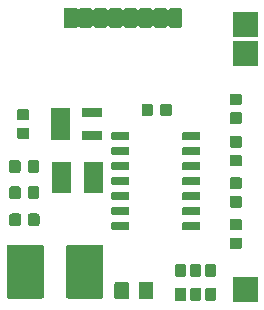
<source format=gbr>
G04 #@! TF.GenerationSoftware,KiCad,Pcbnew,5.1.2*
G04 #@! TF.CreationDate,2019-08-16T09:09:30-07:00*
G04 #@! TF.ProjectId,lofi,6c6f6669-2e6b-4696-9361-645f70636258,rev?*
G04 #@! TF.SameCoordinates,Original*
G04 #@! TF.FileFunction,Soldermask,Top*
G04 #@! TF.FilePolarity,Negative*
%FSLAX46Y46*%
G04 Gerber Fmt 4.6, Leading zero omitted, Abs format (unit mm)*
G04 Created by KiCad (PCBNEW 5.1.2) date 2019-08-16 09:09:30*
%MOMM*%
%LPD*%
G04 APERTURE LIST*
%ADD10C,0.100000*%
G04 APERTURE END LIST*
D10*
G36*
X132051000Y-94171000D02*
G01*
X129949000Y-94171000D01*
X129949000Y-92069000D01*
X132051000Y-92069000D01*
X132051000Y-94171000D01*
X132051000Y-94171000D01*
G37*
G36*
X128389683Y-92952725D02*
G01*
X128420143Y-92961966D01*
X128448223Y-92976974D01*
X128472831Y-92997169D01*
X128493026Y-93021777D01*
X128508034Y-93049857D01*
X128517275Y-93080317D01*
X128521000Y-93118140D01*
X128521000Y-93881860D01*
X128517275Y-93919683D01*
X128508034Y-93950143D01*
X128493026Y-93978223D01*
X128472831Y-94002831D01*
X128448223Y-94023026D01*
X128420143Y-94038034D01*
X128389683Y-94047275D01*
X128351860Y-94051000D01*
X127788140Y-94051000D01*
X127750317Y-94047275D01*
X127719857Y-94038034D01*
X127691777Y-94023026D01*
X127667169Y-94002831D01*
X127646974Y-93978223D01*
X127631966Y-93950143D01*
X127622725Y-93919683D01*
X127619000Y-93881860D01*
X127619000Y-93118140D01*
X127622725Y-93080317D01*
X127631966Y-93049857D01*
X127646974Y-93021777D01*
X127667169Y-92997169D01*
X127691777Y-92976974D01*
X127719857Y-92961966D01*
X127750317Y-92952725D01*
X127788140Y-92949000D01*
X128351860Y-92949000D01*
X128389683Y-92952725D01*
X128389683Y-92952725D01*
G37*
G36*
X125981000Y-94051000D02*
G01*
X125079000Y-94051000D01*
X125079000Y-92949000D01*
X125981000Y-92949000D01*
X125981000Y-94051000D01*
X125981000Y-94051000D01*
G37*
G36*
X127119683Y-92952725D02*
G01*
X127150143Y-92961966D01*
X127178223Y-92976974D01*
X127202831Y-92997169D01*
X127223026Y-93021777D01*
X127238034Y-93049857D01*
X127247275Y-93080317D01*
X127251000Y-93118140D01*
X127251000Y-93881860D01*
X127247275Y-93919683D01*
X127238034Y-93950143D01*
X127223026Y-93978223D01*
X127202831Y-94002831D01*
X127178223Y-94023026D01*
X127150143Y-94038034D01*
X127119683Y-94047275D01*
X127081860Y-94051000D01*
X126518140Y-94051000D01*
X126480317Y-94047275D01*
X126449857Y-94038034D01*
X126421777Y-94023026D01*
X126397169Y-94002831D01*
X126376974Y-93978223D01*
X126361966Y-93950143D01*
X126352725Y-93919683D01*
X126349000Y-93881860D01*
X126349000Y-93118140D01*
X126352725Y-93080317D01*
X126361966Y-93049857D01*
X126376974Y-93021777D01*
X126397169Y-92997169D01*
X126421777Y-92976974D01*
X126449857Y-92961966D01*
X126480317Y-92952725D01*
X126518140Y-92949000D01*
X127081860Y-92949000D01*
X127119683Y-92952725D01*
X127119683Y-92952725D01*
G37*
G36*
X123063674Y-92453465D02*
G01*
X123101367Y-92464899D01*
X123136103Y-92483466D01*
X123166548Y-92508452D01*
X123191534Y-92538897D01*
X123210101Y-92573633D01*
X123221535Y-92611326D01*
X123226000Y-92656661D01*
X123226000Y-93743339D01*
X123221535Y-93788674D01*
X123210101Y-93826367D01*
X123191534Y-93861103D01*
X123166548Y-93891548D01*
X123136103Y-93916534D01*
X123101367Y-93935101D01*
X123063674Y-93946535D01*
X123018339Y-93951000D01*
X122181661Y-93951000D01*
X122136326Y-93946535D01*
X122098633Y-93935101D01*
X122063897Y-93916534D01*
X122033452Y-93891548D01*
X122008466Y-93861103D01*
X121989899Y-93826367D01*
X121978465Y-93788674D01*
X121974000Y-93743339D01*
X121974000Y-92656661D01*
X121978465Y-92611326D01*
X121989899Y-92573633D01*
X122008466Y-92538897D01*
X122033452Y-92508452D01*
X122063897Y-92483466D01*
X122098633Y-92464899D01*
X122136326Y-92453465D01*
X122181661Y-92449000D01*
X123018339Y-92449000D01*
X123063674Y-92453465D01*
X123063674Y-92453465D01*
G37*
G36*
X121013674Y-92453465D02*
G01*
X121051367Y-92464899D01*
X121086103Y-92483466D01*
X121116548Y-92508452D01*
X121141534Y-92538897D01*
X121160101Y-92573633D01*
X121171535Y-92611326D01*
X121176000Y-92656661D01*
X121176000Y-93743339D01*
X121171535Y-93788674D01*
X121160101Y-93826367D01*
X121141534Y-93861103D01*
X121116548Y-93891548D01*
X121086103Y-93916534D01*
X121051367Y-93935101D01*
X121013674Y-93946535D01*
X120968339Y-93951000D01*
X120131661Y-93951000D01*
X120086326Y-93946535D01*
X120048633Y-93935101D01*
X120013897Y-93916534D01*
X119983452Y-93891548D01*
X119958466Y-93861103D01*
X119939899Y-93826367D01*
X119928465Y-93788674D01*
X119924000Y-93743339D01*
X119924000Y-92656661D01*
X119928465Y-92611326D01*
X119939899Y-92573633D01*
X119958466Y-92538897D01*
X119983452Y-92508452D01*
X120013897Y-92483466D01*
X120048633Y-92464899D01*
X120086326Y-92453465D01*
X120131661Y-92449000D01*
X120968339Y-92449000D01*
X121013674Y-92453465D01*
X121013674Y-92453465D01*
G37*
G36*
X113826850Y-89327554D02*
G01*
X113855647Y-89336290D01*
X113882179Y-89350471D01*
X113905439Y-89369561D01*
X113924529Y-89392821D01*
X113938710Y-89419353D01*
X113947446Y-89448150D01*
X113951000Y-89484233D01*
X113951000Y-93715767D01*
X113947446Y-93751850D01*
X113938710Y-93780647D01*
X113924529Y-93807179D01*
X113905439Y-93830439D01*
X113882179Y-93849529D01*
X113855647Y-93863710D01*
X113826850Y-93872446D01*
X113790767Y-93876000D01*
X110984233Y-93876000D01*
X110948150Y-93872446D01*
X110919353Y-93863710D01*
X110892821Y-93849529D01*
X110869561Y-93830439D01*
X110850471Y-93807179D01*
X110836290Y-93780647D01*
X110827554Y-93751850D01*
X110824000Y-93715767D01*
X110824000Y-89484233D01*
X110827554Y-89448150D01*
X110836290Y-89419353D01*
X110850471Y-89392821D01*
X110869561Y-89369561D01*
X110892821Y-89350471D01*
X110919353Y-89336290D01*
X110948150Y-89327554D01*
X110984233Y-89324000D01*
X113790767Y-89324000D01*
X113826850Y-89327554D01*
X113826850Y-89327554D01*
G37*
G36*
X118851850Y-89327554D02*
G01*
X118880647Y-89336290D01*
X118907179Y-89350471D01*
X118930439Y-89369561D01*
X118949529Y-89392821D01*
X118963710Y-89419353D01*
X118972446Y-89448150D01*
X118976000Y-89484233D01*
X118976000Y-93715767D01*
X118972446Y-93751850D01*
X118963710Y-93780647D01*
X118949529Y-93807179D01*
X118930439Y-93830439D01*
X118907179Y-93849529D01*
X118880647Y-93863710D01*
X118851850Y-93872446D01*
X118815767Y-93876000D01*
X116009233Y-93876000D01*
X115973150Y-93872446D01*
X115944353Y-93863710D01*
X115917821Y-93849529D01*
X115894561Y-93830439D01*
X115875471Y-93807179D01*
X115861290Y-93780647D01*
X115852554Y-93751850D01*
X115849000Y-93715767D01*
X115849000Y-89484233D01*
X115852554Y-89448150D01*
X115861290Y-89419353D01*
X115875471Y-89392821D01*
X115894561Y-89369561D01*
X115917821Y-89350471D01*
X115944353Y-89336290D01*
X115973150Y-89327554D01*
X116009233Y-89324000D01*
X118815767Y-89324000D01*
X118851850Y-89327554D01*
X118851850Y-89327554D01*
G37*
G36*
X125849683Y-90952725D02*
G01*
X125880143Y-90961966D01*
X125908223Y-90976974D01*
X125932831Y-90997169D01*
X125953026Y-91021777D01*
X125968034Y-91049857D01*
X125977275Y-91080317D01*
X125981000Y-91118140D01*
X125981000Y-91881860D01*
X125977275Y-91919683D01*
X125968034Y-91950143D01*
X125953026Y-91978223D01*
X125932831Y-92002831D01*
X125908223Y-92023026D01*
X125880143Y-92038034D01*
X125849683Y-92047275D01*
X125811860Y-92051000D01*
X125248140Y-92051000D01*
X125210317Y-92047275D01*
X125179857Y-92038034D01*
X125151777Y-92023026D01*
X125127169Y-92002831D01*
X125106974Y-91978223D01*
X125091966Y-91950143D01*
X125082725Y-91919683D01*
X125079000Y-91881860D01*
X125079000Y-91118140D01*
X125082725Y-91080317D01*
X125091966Y-91049857D01*
X125106974Y-91021777D01*
X125127169Y-90997169D01*
X125151777Y-90976974D01*
X125179857Y-90961966D01*
X125210317Y-90952725D01*
X125248140Y-90949000D01*
X125811860Y-90949000D01*
X125849683Y-90952725D01*
X125849683Y-90952725D01*
G37*
G36*
X128389683Y-90952725D02*
G01*
X128420143Y-90961966D01*
X128448223Y-90976974D01*
X128472831Y-90997169D01*
X128493026Y-91021777D01*
X128508034Y-91049857D01*
X128517275Y-91080317D01*
X128521000Y-91118140D01*
X128521000Y-91881860D01*
X128517275Y-91919683D01*
X128508034Y-91950143D01*
X128493026Y-91978223D01*
X128472831Y-92002831D01*
X128448223Y-92023026D01*
X128420143Y-92038034D01*
X128389683Y-92047275D01*
X128351860Y-92051000D01*
X127788140Y-92051000D01*
X127750317Y-92047275D01*
X127719857Y-92038034D01*
X127691777Y-92023026D01*
X127667169Y-92002831D01*
X127646974Y-91978223D01*
X127631966Y-91950143D01*
X127622725Y-91919683D01*
X127619000Y-91881860D01*
X127619000Y-91118140D01*
X127622725Y-91080317D01*
X127631966Y-91049857D01*
X127646974Y-91021777D01*
X127667169Y-90997169D01*
X127691777Y-90976974D01*
X127719857Y-90961966D01*
X127750317Y-90952725D01*
X127788140Y-90949000D01*
X128351860Y-90949000D01*
X128389683Y-90952725D01*
X128389683Y-90952725D01*
G37*
G36*
X127119683Y-90952725D02*
G01*
X127150143Y-90961966D01*
X127178223Y-90976974D01*
X127202831Y-90997169D01*
X127223026Y-91021777D01*
X127238034Y-91049857D01*
X127247275Y-91080317D01*
X127251000Y-91118140D01*
X127251000Y-91881860D01*
X127247275Y-91919683D01*
X127238034Y-91950143D01*
X127223026Y-91978223D01*
X127202831Y-92002831D01*
X127178223Y-92023026D01*
X127150143Y-92038034D01*
X127119683Y-92047275D01*
X127081860Y-92051000D01*
X126518140Y-92051000D01*
X126480317Y-92047275D01*
X126449857Y-92038034D01*
X126421777Y-92023026D01*
X126397169Y-92002831D01*
X126376974Y-91978223D01*
X126361966Y-91950143D01*
X126352725Y-91919683D01*
X126349000Y-91881860D01*
X126349000Y-91118140D01*
X126352725Y-91080317D01*
X126361966Y-91049857D01*
X126376974Y-91021777D01*
X126397169Y-90997169D01*
X126421777Y-90976974D01*
X126449857Y-90961966D01*
X126480317Y-90952725D01*
X126518140Y-90949000D01*
X127081860Y-90949000D01*
X127119683Y-90952725D01*
X127119683Y-90952725D01*
G37*
G36*
X130579591Y-88715585D02*
G01*
X130613569Y-88725893D01*
X130644890Y-88742634D01*
X130672339Y-88765161D01*
X130694866Y-88792610D01*
X130711607Y-88823931D01*
X130721915Y-88857909D01*
X130726000Y-88899390D01*
X130726000Y-89500610D01*
X130721915Y-89542091D01*
X130711607Y-89576069D01*
X130694866Y-89607390D01*
X130672339Y-89634839D01*
X130644890Y-89657366D01*
X130613569Y-89674107D01*
X130579591Y-89684415D01*
X130538110Y-89688500D01*
X129861890Y-89688500D01*
X129820409Y-89684415D01*
X129786431Y-89674107D01*
X129755110Y-89657366D01*
X129727661Y-89634839D01*
X129705134Y-89607390D01*
X129688393Y-89576069D01*
X129678085Y-89542091D01*
X129674000Y-89500610D01*
X129674000Y-88899390D01*
X129678085Y-88857909D01*
X129688393Y-88823931D01*
X129705134Y-88792610D01*
X129727661Y-88765161D01*
X129755110Y-88742634D01*
X129786431Y-88725893D01*
X129820409Y-88715585D01*
X129861890Y-88711500D01*
X130538110Y-88711500D01*
X130579591Y-88715585D01*
X130579591Y-88715585D01*
G37*
G36*
X130579591Y-87140585D02*
G01*
X130613569Y-87150893D01*
X130644890Y-87167634D01*
X130672339Y-87190161D01*
X130694866Y-87217610D01*
X130711607Y-87248931D01*
X130721915Y-87282909D01*
X130726000Y-87324390D01*
X130726000Y-87925610D01*
X130721915Y-87967091D01*
X130711607Y-88001069D01*
X130694866Y-88032390D01*
X130672339Y-88059839D01*
X130644890Y-88082366D01*
X130613569Y-88099107D01*
X130579591Y-88109415D01*
X130538110Y-88113500D01*
X129861890Y-88113500D01*
X129820409Y-88109415D01*
X129786431Y-88099107D01*
X129755110Y-88082366D01*
X129727661Y-88059839D01*
X129705134Y-88032390D01*
X129688393Y-88001069D01*
X129678085Y-87967091D01*
X129674000Y-87925610D01*
X129674000Y-87324390D01*
X129678085Y-87282909D01*
X129688393Y-87248931D01*
X129705134Y-87217610D01*
X129727661Y-87190161D01*
X129755110Y-87167634D01*
X129786431Y-87150893D01*
X129820409Y-87140585D01*
X129861890Y-87136500D01*
X130538110Y-87136500D01*
X130579591Y-87140585D01*
X130579591Y-87140585D01*
G37*
G36*
X121084928Y-87391764D02*
G01*
X121106009Y-87398160D01*
X121125445Y-87408548D01*
X121142476Y-87422524D01*
X121156452Y-87439555D01*
X121166840Y-87458991D01*
X121173236Y-87480072D01*
X121176000Y-87508140D01*
X121176000Y-87971860D01*
X121173236Y-87999928D01*
X121166840Y-88021009D01*
X121156452Y-88040445D01*
X121142476Y-88057476D01*
X121125445Y-88071452D01*
X121106009Y-88081840D01*
X121084928Y-88088236D01*
X121056860Y-88091000D01*
X119793140Y-88091000D01*
X119765072Y-88088236D01*
X119743991Y-88081840D01*
X119724555Y-88071452D01*
X119707524Y-88057476D01*
X119693548Y-88040445D01*
X119683160Y-88021009D01*
X119676764Y-87999928D01*
X119674000Y-87971860D01*
X119674000Y-87508140D01*
X119676764Y-87480072D01*
X119683160Y-87458991D01*
X119693548Y-87439555D01*
X119707524Y-87422524D01*
X119724555Y-87408548D01*
X119743991Y-87398160D01*
X119765072Y-87391764D01*
X119793140Y-87389000D01*
X121056860Y-87389000D01*
X121084928Y-87391764D01*
X121084928Y-87391764D01*
G37*
G36*
X127084928Y-87391764D02*
G01*
X127106009Y-87398160D01*
X127125445Y-87408548D01*
X127142476Y-87422524D01*
X127156452Y-87439555D01*
X127166840Y-87458991D01*
X127173236Y-87480072D01*
X127176000Y-87508140D01*
X127176000Y-87971860D01*
X127173236Y-87999928D01*
X127166840Y-88021009D01*
X127156452Y-88040445D01*
X127142476Y-88057476D01*
X127125445Y-88071452D01*
X127106009Y-88081840D01*
X127084928Y-88088236D01*
X127056860Y-88091000D01*
X125793140Y-88091000D01*
X125765072Y-88088236D01*
X125743991Y-88081840D01*
X125724555Y-88071452D01*
X125707524Y-88057476D01*
X125693548Y-88040445D01*
X125683160Y-88021009D01*
X125676764Y-87999928D01*
X125674000Y-87971860D01*
X125674000Y-87508140D01*
X125676764Y-87480072D01*
X125683160Y-87458991D01*
X125693548Y-87439555D01*
X125707524Y-87422524D01*
X125724555Y-87408548D01*
X125743991Y-87398160D01*
X125765072Y-87391764D01*
X125793140Y-87389000D01*
X127056860Y-87389000D01*
X127084928Y-87391764D01*
X127084928Y-87391764D01*
G37*
G36*
X113442091Y-86678085D02*
G01*
X113476069Y-86688393D01*
X113507390Y-86705134D01*
X113534839Y-86727661D01*
X113557366Y-86755110D01*
X113574107Y-86786431D01*
X113584415Y-86820409D01*
X113588500Y-86861890D01*
X113588500Y-87538110D01*
X113584415Y-87579591D01*
X113574107Y-87613569D01*
X113557366Y-87644890D01*
X113534839Y-87672339D01*
X113507390Y-87694866D01*
X113476069Y-87711607D01*
X113442091Y-87721915D01*
X113400610Y-87726000D01*
X112799390Y-87726000D01*
X112757909Y-87721915D01*
X112723931Y-87711607D01*
X112692610Y-87694866D01*
X112665161Y-87672339D01*
X112642634Y-87644890D01*
X112625893Y-87613569D01*
X112615585Y-87579591D01*
X112611500Y-87538110D01*
X112611500Y-86861890D01*
X112615585Y-86820409D01*
X112625893Y-86786431D01*
X112642634Y-86755110D01*
X112665161Y-86727661D01*
X112692610Y-86705134D01*
X112723931Y-86688393D01*
X112757909Y-86678085D01*
X112799390Y-86674000D01*
X113400610Y-86674000D01*
X113442091Y-86678085D01*
X113442091Y-86678085D01*
G37*
G36*
X111867091Y-86678085D02*
G01*
X111901069Y-86688393D01*
X111932390Y-86705134D01*
X111959839Y-86727661D01*
X111982366Y-86755110D01*
X111999107Y-86786431D01*
X112009415Y-86820409D01*
X112013500Y-86861890D01*
X112013500Y-87538110D01*
X112009415Y-87579591D01*
X111999107Y-87613569D01*
X111982366Y-87644890D01*
X111959839Y-87672339D01*
X111932390Y-87694866D01*
X111901069Y-87711607D01*
X111867091Y-87721915D01*
X111825610Y-87726000D01*
X111224390Y-87726000D01*
X111182909Y-87721915D01*
X111148931Y-87711607D01*
X111117610Y-87694866D01*
X111090161Y-87672339D01*
X111067634Y-87644890D01*
X111050893Y-87613569D01*
X111040585Y-87579591D01*
X111036500Y-87538110D01*
X111036500Y-86861890D01*
X111040585Y-86820409D01*
X111050893Y-86786431D01*
X111067634Y-86755110D01*
X111090161Y-86727661D01*
X111117610Y-86705134D01*
X111148931Y-86688393D01*
X111182909Y-86678085D01*
X111224390Y-86674000D01*
X111825610Y-86674000D01*
X111867091Y-86678085D01*
X111867091Y-86678085D01*
G37*
G36*
X127084928Y-86121764D02*
G01*
X127106009Y-86128160D01*
X127125445Y-86138548D01*
X127142476Y-86152524D01*
X127156452Y-86169555D01*
X127166840Y-86188991D01*
X127173236Y-86210072D01*
X127176000Y-86238140D01*
X127176000Y-86701860D01*
X127173236Y-86729928D01*
X127166840Y-86751009D01*
X127156452Y-86770445D01*
X127142476Y-86787476D01*
X127125445Y-86801452D01*
X127106009Y-86811840D01*
X127084928Y-86818236D01*
X127056860Y-86821000D01*
X125793140Y-86821000D01*
X125765072Y-86818236D01*
X125743991Y-86811840D01*
X125724555Y-86801452D01*
X125707524Y-86787476D01*
X125693548Y-86770445D01*
X125683160Y-86751009D01*
X125676764Y-86729928D01*
X125674000Y-86701860D01*
X125674000Y-86238140D01*
X125676764Y-86210072D01*
X125683160Y-86188991D01*
X125693548Y-86169555D01*
X125707524Y-86152524D01*
X125724555Y-86138548D01*
X125743991Y-86128160D01*
X125765072Y-86121764D01*
X125793140Y-86119000D01*
X127056860Y-86119000D01*
X127084928Y-86121764D01*
X127084928Y-86121764D01*
G37*
G36*
X121084928Y-86121764D02*
G01*
X121106009Y-86128160D01*
X121125445Y-86138548D01*
X121142476Y-86152524D01*
X121156452Y-86169555D01*
X121166840Y-86188991D01*
X121173236Y-86210072D01*
X121176000Y-86238140D01*
X121176000Y-86701860D01*
X121173236Y-86729928D01*
X121166840Y-86751009D01*
X121156452Y-86770445D01*
X121142476Y-86787476D01*
X121125445Y-86801452D01*
X121106009Y-86811840D01*
X121084928Y-86818236D01*
X121056860Y-86821000D01*
X119793140Y-86821000D01*
X119765072Y-86818236D01*
X119743991Y-86811840D01*
X119724555Y-86801452D01*
X119707524Y-86787476D01*
X119693548Y-86770445D01*
X119683160Y-86751009D01*
X119676764Y-86729928D01*
X119674000Y-86701860D01*
X119674000Y-86238140D01*
X119676764Y-86210072D01*
X119683160Y-86188991D01*
X119693548Y-86169555D01*
X119707524Y-86152524D01*
X119724555Y-86138548D01*
X119743991Y-86128160D01*
X119765072Y-86121764D01*
X119793140Y-86119000D01*
X121056860Y-86119000D01*
X121084928Y-86121764D01*
X121084928Y-86121764D01*
G37*
G36*
X130579591Y-85203085D02*
G01*
X130613569Y-85213393D01*
X130644890Y-85230134D01*
X130672339Y-85252661D01*
X130694866Y-85280110D01*
X130711607Y-85311431D01*
X130721915Y-85345409D01*
X130726000Y-85386890D01*
X130726000Y-85988110D01*
X130721915Y-86029591D01*
X130711607Y-86063569D01*
X130694866Y-86094890D01*
X130672339Y-86122339D01*
X130644890Y-86144866D01*
X130613569Y-86161607D01*
X130579591Y-86171915D01*
X130538110Y-86176000D01*
X129861890Y-86176000D01*
X129820409Y-86171915D01*
X129786431Y-86161607D01*
X129755110Y-86144866D01*
X129727661Y-86122339D01*
X129705134Y-86094890D01*
X129688393Y-86063569D01*
X129678085Y-86029591D01*
X129674000Y-85988110D01*
X129674000Y-85386890D01*
X129678085Y-85345409D01*
X129688393Y-85311431D01*
X129705134Y-85280110D01*
X129727661Y-85252661D01*
X129755110Y-85230134D01*
X129786431Y-85213393D01*
X129820409Y-85203085D01*
X129861890Y-85199000D01*
X130538110Y-85199000D01*
X130579591Y-85203085D01*
X130579591Y-85203085D01*
G37*
G36*
X121084928Y-84851764D02*
G01*
X121106009Y-84858160D01*
X121125445Y-84868548D01*
X121142476Y-84882524D01*
X121156452Y-84899555D01*
X121166840Y-84918991D01*
X121173236Y-84940072D01*
X121176000Y-84968140D01*
X121176000Y-85431860D01*
X121173236Y-85459928D01*
X121166840Y-85481009D01*
X121156452Y-85500445D01*
X121142476Y-85517476D01*
X121125445Y-85531452D01*
X121106009Y-85541840D01*
X121084928Y-85548236D01*
X121056860Y-85551000D01*
X119793140Y-85551000D01*
X119765072Y-85548236D01*
X119743991Y-85541840D01*
X119724555Y-85531452D01*
X119707524Y-85517476D01*
X119693548Y-85500445D01*
X119683160Y-85481009D01*
X119676764Y-85459928D01*
X119674000Y-85431860D01*
X119674000Y-84968140D01*
X119676764Y-84940072D01*
X119683160Y-84918991D01*
X119693548Y-84899555D01*
X119707524Y-84882524D01*
X119724555Y-84868548D01*
X119743991Y-84858160D01*
X119765072Y-84851764D01*
X119793140Y-84849000D01*
X121056860Y-84849000D01*
X121084928Y-84851764D01*
X121084928Y-84851764D01*
G37*
G36*
X127084928Y-84851764D02*
G01*
X127106009Y-84858160D01*
X127125445Y-84868548D01*
X127142476Y-84882524D01*
X127156452Y-84899555D01*
X127166840Y-84918991D01*
X127173236Y-84940072D01*
X127176000Y-84968140D01*
X127176000Y-85431860D01*
X127173236Y-85459928D01*
X127166840Y-85481009D01*
X127156452Y-85500445D01*
X127142476Y-85517476D01*
X127125445Y-85531452D01*
X127106009Y-85541840D01*
X127084928Y-85548236D01*
X127056860Y-85551000D01*
X125793140Y-85551000D01*
X125765072Y-85548236D01*
X125743991Y-85541840D01*
X125724555Y-85531452D01*
X125707524Y-85517476D01*
X125693548Y-85500445D01*
X125683160Y-85481009D01*
X125676764Y-85459928D01*
X125674000Y-85431860D01*
X125674000Y-84968140D01*
X125676764Y-84940072D01*
X125683160Y-84918991D01*
X125693548Y-84899555D01*
X125707524Y-84882524D01*
X125724555Y-84868548D01*
X125743991Y-84858160D01*
X125765072Y-84851764D01*
X125793140Y-84849000D01*
X127056860Y-84849000D01*
X127084928Y-84851764D01*
X127084928Y-84851764D01*
G37*
G36*
X113429591Y-84378085D02*
G01*
X113463569Y-84388393D01*
X113494890Y-84405134D01*
X113522339Y-84427661D01*
X113544866Y-84455110D01*
X113561607Y-84486431D01*
X113571915Y-84520409D01*
X113576000Y-84561890D01*
X113576000Y-85238110D01*
X113571915Y-85279591D01*
X113561607Y-85313569D01*
X113544866Y-85344890D01*
X113522339Y-85372339D01*
X113494890Y-85394866D01*
X113463569Y-85411607D01*
X113429591Y-85421915D01*
X113388110Y-85426000D01*
X112786890Y-85426000D01*
X112745409Y-85421915D01*
X112711431Y-85411607D01*
X112680110Y-85394866D01*
X112652661Y-85372339D01*
X112630134Y-85344890D01*
X112613393Y-85313569D01*
X112603085Y-85279591D01*
X112599000Y-85238110D01*
X112599000Y-84561890D01*
X112603085Y-84520409D01*
X112613393Y-84486431D01*
X112630134Y-84455110D01*
X112652661Y-84427661D01*
X112680110Y-84405134D01*
X112711431Y-84388393D01*
X112745409Y-84378085D01*
X112786890Y-84374000D01*
X113388110Y-84374000D01*
X113429591Y-84378085D01*
X113429591Y-84378085D01*
G37*
G36*
X111854591Y-84378085D02*
G01*
X111888569Y-84388393D01*
X111919890Y-84405134D01*
X111947339Y-84427661D01*
X111969866Y-84455110D01*
X111986607Y-84486431D01*
X111996915Y-84520409D01*
X112001000Y-84561890D01*
X112001000Y-85238110D01*
X111996915Y-85279591D01*
X111986607Y-85313569D01*
X111969866Y-85344890D01*
X111947339Y-85372339D01*
X111919890Y-85394866D01*
X111888569Y-85411607D01*
X111854591Y-85421915D01*
X111813110Y-85426000D01*
X111211890Y-85426000D01*
X111170409Y-85421915D01*
X111136431Y-85411607D01*
X111105110Y-85394866D01*
X111077661Y-85372339D01*
X111055134Y-85344890D01*
X111038393Y-85313569D01*
X111028085Y-85279591D01*
X111024000Y-85238110D01*
X111024000Y-84561890D01*
X111028085Y-84520409D01*
X111038393Y-84486431D01*
X111055134Y-84455110D01*
X111077661Y-84427661D01*
X111105110Y-84405134D01*
X111136431Y-84388393D01*
X111170409Y-84378085D01*
X111211890Y-84374000D01*
X111813110Y-84374000D01*
X111854591Y-84378085D01*
X111854591Y-84378085D01*
G37*
G36*
X116281000Y-84976000D02*
G01*
X114619000Y-84976000D01*
X114619000Y-82324000D01*
X116281000Y-82324000D01*
X116281000Y-84976000D01*
X116281000Y-84976000D01*
G37*
G36*
X118981000Y-84976000D02*
G01*
X117319000Y-84976000D01*
X117319000Y-82324000D01*
X118981000Y-82324000D01*
X118981000Y-84976000D01*
X118981000Y-84976000D01*
G37*
G36*
X130579591Y-83628085D02*
G01*
X130613569Y-83638393D01*
X130644890Y-83655134D01*
X130672339Y-83677661D01*
X130694866Y-83705110D01*
X130711607Y-83736431D01*
X130721915Y-83770409D01*
X130726000Y-83811890D01*
X130726000Y-84413110D01*
X130721915Y-84454591D01*
X130711607Y-84488569D01*
X130694866Y-84519890D01*
X130672339Y-84547339D01*
X130644890Y-84569866D01*
X130613569Y-84586607D01*
X130579591Y-84596915D01*
X130538110Y-84601000D01*
X129861890Y-84601000D01*
X129820409Y-84596915D01*
X129786431Y-84586607D01*
X129755110Y-84569866D01*
X129727661Y-84547339D01*
X129705134Y-84519890D01*
X129688393Y-84488569D01*
X129678085Y-84454591D01*
X129674000Y-84413110D01*
X129674000Y-83811890D01*
X129678085Y-83770409D01*
X129688393Y-83736431D01*
X129705134Y-83705110D01*
X129727661Y-83677661D01*
X129755110Y-83655134D01*
X129786431Y-83638393D01*
X129820409Y-83628085D01*
X129861890Y-83624000D01*
X130538110Y-83624000D01*
X130579591Y-83628085D01*
X130579591Y-83628085D01*
G37*
G36*
X121084928Y-83581764D02*
G01*
X121106009Y-83588160D01*
X121125445Y-83598548D01*
X121142476Y-83612524D01*
X121156452Y-83629555D01*
X121166840Y-83648991D01*
X121173236Y-83670072D01*
X121176000Y-83698140D01*
X121176000Y-84161860D01*
X121173236Y-84189928D01*
X121166840Y-84211009D01*
X121156452Y-84230445D01*
X121142476Y-84247476D01*
X121125445Y-84261452D01*
X121106009Y-84271840D01*
X121084928Y-84278236D01*
X121056860Y-84281000D01*
X119793140Y-84281000D01*
X119765072Y-84278236D01*
X119743991Y-84271840D01*
X119724555Y-84261452D01*
X119707524Y-84247476D01*
X119693548Y-84230445D01*
X119683160Y-84211009D01*
X119676764Y-84189928D01*
X119674000Y-84161860D01*
X119674000Y-83698140D01*
X119676764Y-83670072D01*
X119683160Y-83648991D01*
X119693548Y-83629555D01*
X119707524Y-83612524D01*
X119724555Y-83598548D01*
X119743991Y-83588160D01*
X119765072Y-83581764D01*
X119793140Y-83579000D01*
X121056860Y-83579000D01*
X121084928Y-83581764D01*
X121084928Y-83581764D01*
G37*
G36*
X127084928Y-83581764D02*
G01*
X127106009Y-83588160D01*
X127125445Y-83598548D01*
X127142476Y-83612524D01*
X127156452Y-83629555D01*
X127166840Y-83648991D01*
X127173236Y-83670072D01*
X127176000Y-83698140D01*
X127176000Y-84161860D01*
X127173236Y-84189928D01*
X127166840Y-84211009D01*
X127156452Y-84230445D01*
X127142476Y-84247476D01*
X127125445Y-84261452D01*
X127106009Y-84271840D01*
X127084928Y-84278236D01*
X127056860Y-84281000D01*
X125793140Y-84281000D01*
X125765072Y-84278236D01*
X125743991Y-84271840D01*
X125724555Y-84261452D01*
X125707524Y-84247476D01*
X125693548Y-84230445D01*
X125683160Y-84211009D01*
X125676764Y-84189928D01*
X125674000Y-84161860D01*
X125674000Y-83698140D01*
X125676764Y-83670072D01*
X125683160Y-83648991D01*
X125693548Y-83629555D01*
X125707524Y-83612524D01*
X125724555Y-83598548D01*
X125743991Y-83588160D01*
X125765072Y-83581764D01*
X125793140Y-83579000D01*
X127056860Y-83579000D01*
X127084928Y-83581764D01*
X127084928Y-83581764D01*
G37*
G36*
X111842091Y-82178085D02*
G01*
X111876069Y-82188393D01*
X111907390Y-82205134D01*
X111934839Y-82227661D01*
X111957366Y-82255110D01*
X111974107Y-82286431D01*
X111984415Y-82320409D01*
X111988500Y-82361890D01*
X111988500Y-83038110D01*
X111984415Y-83079591D01*
X111974107Y-83113569D01*
X111957366Y-83144890D01*
X111934839Y-83172339D01*
X111907390Y-83194866D01*
X111876069Y-83211607D01*
X111842091Y-83221915D01*
X111800610Y-83226000D01*
X111199390Y-83226000D01*
X111157909Y-83221915D01*
X111123931Y-83211607D01*
X111092610Y-83194866D01*
X111065161Y-83172339D01*
X111042634Y-83144890D01*
X111025893Y-83113569D01*
X111015585Y-83079591D01*
X111011500Y-83038110D01*
X111011500Y-82361890D01*
X111015585Y-82320409D01*
X111025893Y-82286431D01*
X111042634Y-82255110D01*
X111065161Y-82227661D01*
X111092610Y-82205134D01*
X111123931Y-82188393D01*
X111157909Y-82178085D01*
X111199390Y-82174000D01*
X111800610Y-82174000D01*
X111842091Y-82178085D01*
X111842091Y-82178085D01*
G37*
G36*
X113417091Y-82178085D02*
G01*
X113451069Y-82188393D01*
X113482390Y-82205134D01*
X113509839Y-82227661D01*
X113532366Y-82255110D01*
X113549107Y-82286431D01*
X113559415Y-82320409D01*
X113563500Y-82361890D01*
X113563500Y-83038110D01*
X113559415Y-83079591D01*
X113549107Y-83113569D01*
X113532366Y-83144890D01*
X113509839Y-83172339D01*
X113482390Y-83194866D01*
X113451069Y-83211607D01*
X113417091Y-83221915D01*
X113375610Y-83226000D01*
X112774390Y-83226000D01*
X112732909Y-83221915D01*
X112698931Y-83211607D01*
X112667610Y-83194866D01*
X112640161Y-83172339D01*
X112617634Y-83144890D01*
X112600893Y-83113569D01*
X112590585Y-83079591D01*
X112586500Y-83038110D01*
X112586500Y-82361890D01*
X112590585Y-82320409D01*
X112600893Y-82286431D01*
X112617634Y-82255110D01*
X112640161Y-82227661D01*
X112667610Y-82205134D01*
X112698931Y-82188393D01*
X112732909Y-82178085D01*
X112774390Y-82174000D01*
X113375610Y-82174000D01*
X113417091Y-82178085D01*
X113417091Y-82178085D01*
G37*
G36*
X121084928Y-82311764D02*
G01*
X121106009Y-82318160D01*
X121125445Y-82328548D01*
X121142476Y-82342524D01*
X121156452Y-82359555D01*
X121166840Y-82378991D01*
X121173236Y-82400072D01*
X121176000Y-82428140D01*
X121176000Y-82891860D01*
X121173236Y-82919928D01*
X121166840Y-82941009D01*
X121156452Y-82960445D01*
X121142476Y-82977476D01*
X121125445Y-82991452D01*
X121106009Y-83001840D01*
X121084928Y-83008236D01*
X121056860Y-83011000D01*
X119793140Y-83011000D01*
X119765072Y-83008236D01*
X119743991Y-83001840D01*
X119724555Y-82991452D01*
X119707524Y-82977476D01*
X119693548Y-82960445D01*
X119683160Y-82941009D01*
X119676764Y-82919928D01*
X119674000Y-82891860D01*
X119674000Y-82428140D01*
X119676764Y-82400072D01*
X119683160Y-82378991D01*
X119693548Y-82359555D01*
X119707524Y-82342524D01*
X119724555Y-82328548D01*
X119743991Y-82318160D01*
X119765072Y-82311764D01*
X119793140Y-82309000D01*
X121056860Y-82309000D01*
X121084928Y-82311764D01*
X121084928Y-82311764D01*
G37*
G36*
X127084928Y-82311764D02*
G01*
X127106009Y-82318160D01*
X127125445Y-82328548D01*
X127142476Y-82342524D01*
X127156452Y-82359555D01*
X127166840Y-82378991D01*
X127173236Y-82400072D01*
X127176000Y-82428140D01*
X127176000Y-82891860D01*
X127173236Y-82919928D01*
X127166840Y-82941009D01*
X127156452Y-82960445D01*
X127142476Y-82977476D01*
X127125445Y-82991452D01*
X127106009Y-83001840D01*
X127084928Y-83008236D01*
X127056860Y-83011000D01*
X125793140Y-83011000D01*
X125765072Y-83008236D01*
X125743991Y-83001840D01*
X125724555Y-82991452D01*
X125707524Y-82977476D01*
X125693548Y-82960445D01*
X125683160Y-82941009D01*
X125676764Y-82919928D01*
X125674000Y-82891860D01*
X125674000Y-82428140D01*
X125676764Y-82400072D01*
X125683160Y-82378991D01*
X125693548Y-82359555D01*
X125707524Y-82342524D01*
X125724555Y-82328548D01*
X125743991Y-82318160D01*
X125765072Y-82311764D01*
X125793140Y-82309000D01*
X127056860Y-82309000D01*
X127084928Y-82311764D01*
X127084928Y-82311764D01*
G37*
G36*
X130579591Y-81703085D02*
G01*
X130613569Y-81713393D01*
X130644890Y-81730134D01*
X130672339Y-81752661D01*
X130694866Y-81780110D01*
X130711607Y-81811431D01*
X130721915Y-81845409D01*
X130726000Y-81886890D01*
X130726000Y-82488110D01*
X130721915Y-82529591D01*
X130711607Y-82563569D01*
X130694866Y-82594890D01*
X130672339Y-82622339D01*
X130644890Y-82644866D01*
X130613569Y-82661607D01*
X130579591Y-82671915D01*
X130538110Y-82676000D01*
X129861890Y-82676000D01*
X129820409Y-82671915D01*
X129786431Y-82661607D01*
X129755110Y-82644866D01*
X129727661Y-82622339D01*
X129705134Y-82594890D01*
X129688393Y-82563569D01*
X129678085Y-82529591D01*
X129674000Y-82488110D01*
X129674000Y-81886890D01*
X129678085Y-81845409D01*
X129688393Y-81811431D01*
X129705134Y-81780110D01*
X129727661Y-81752661D01*
X129755110Y-81730134D01*
X129786431Y-81713393D01*
X129820409Y-81703085D01*
X129861890Y-81699000D01*
X130538110Y-81699000D01*
X130579591Y-81703085D01*
X130579591Y-81703085D01*
G37*
G36*
X127084928Y-81041764D02*
G01*
X127106009Y-81048160D01*
X127125445Y-81058548D01*
X127142476Y-81072524D01*
X127156452Y-81089555D01*
X127166840Y-81108991D01*
X127173236Y-81130072D01*
X127176000Y-81158140D01*
X127176000Y-81621860D01*
X127173236Y-81649928D01*
X127166840Y-81671009D01*
X127156452Y-81690445D01*
X127142476Y-81707476D01*
X127125445Y-81721452D01*
X127106009Y-81731840D01*
X127084928Y-81738236D01*
X127056860Y-81741000D01*
X125793140Y-81741000D01*
X125765072Y-81738236D01*
X125743991Y-81731840D01*
X125724555Y-81721452D01*
X125707524Y-81707476D01*
X125693548Y-81690445D01*
X125683160Y-81671009D01*
X125676764Y-81649928D01*
X125674000Y-81621860D01*
X125674000Y-81158140D01*
X125676764Y-81130072D01*
X125683160Y-81108991D01*
X125693548Y-81089555D01*
X125707524Y-81072524D01*
X125724555Y-81058548D01*
X125743991Y-81048160D01*
X125765072Y-81041764D01*
X125793140Y-81039000D01*
X127056860Y-81039000D01*
X127084928Y-81041764D01*
X127084928Y-81041764D01*
G37*
G36*
X121084928Y-81041764D02*
G01*
X121106009Y-81048160D01*
X121125445Y-81058548D01*
X121142476Y-81072524D01*
X121156452Y-81089555D01*
X121166840Y-81108991D01*
X121173236Y-81130072D01*
X121176000Y-81158140D01*
X121176000Y-81621860D01*
X121173236Y-81649928D01*
X121166840Y-81671009D01*
X121156452Y-81690445D01*
X121142476Y-81707476D01*
X121125445Y-81721452D01*
X121106009Y-81731840D01*
X121084928Y-81738236D01*
X121056860Y-81741000D01*
X119793140Y-81741000D01*
X119765072Y-81738236D01*
X119743991Y-81731840D01*
X119724555Y-81721452D01*
X119707524Y-81707476D01*
X119693548Y-81690445D01*
X119683160Y-81671009D01*
X119676764Y-81649928D01*
X119674000Y-81621860D01*
X119674000Y-81158140D01*
X119676764Y-81130072D01*
X119683160Y-81108991D01*
X119693548Y-81089555D01*
X119707524Y-81072524D01*
X119724555Y-81058548D01*
X119743991Y-81048160D01*
X119765072Y-81041764D01*
X119793140Y-81039000D01*
X121056860Y-81039000D01*
X121084928Y-81041764D01*
X121084928Y-81041764D01*
G37*
G36*
X130579591Y-80128085D02*
G01*
X130613569Y-80138393D01*
X130644890Y-80155134D01*
X130672339Y-80177661D01*
X130694866Y-80205110D01*
X130711607Y-80236431D01*
X130721915Y-80270409D01*
X130726000Y-80311890D01*
X130726000Y-80913110D01*
X130721915Y-80954591D01*
X130711607Y-80988569D01*
X130694866Y-81019890D01*
X130672339Y-81047339D01*
X130644890Y-81069866D01*
X130613569Y-81086607D01*
X130579591Y-81096915D01*
X130538110Y-81101000D01*
X129861890Y-81101000D01*
X129820409Y-81096915D01*
X129786431Y-81086607D01*
X129755110Y-81069866D01*
X129727661Y-81047339D01*
X129705134Y-81019890D01*
X129688393Y-80988569D01*
X129678085Y-80954591D01*
X129674000Y-80913110D01*
X129674000Y-80311890D01*
X129678085Y-80270409D01*
X129688393Y-80236431D01*
X129705134Y-80205110D01*
X129727661Y-80177661D01*
X129755110Y-80155134D01*
X129786431Y-80138393D01*
X129820409Y-80128085D01*
X129861890Y-80124000D01*
X130538110Y-80124000D01*
X130579591Y-80128085D01*
X130579591Y-80128085D01*
G37*
G36*
X127084928Y-79771764D02*
G01*
X127106009Y-79778160D01*
X127125445Y-79788548D01*
X127142476Y-79802524D01*
X127156452Y-79819555D01*
X127166840Y-79838991D01*
X127173236Y-79860072D01*
X127176000Y-79888140D01*
X127176000Y-80351860D01*
X127173236Y-80379928D01*
X127166840Y-80401009D01*
X127156452Y-80420445D01*
X127142476Y-80437476D01*
X127125445Y-80451452D01*
X127106009Y-80461840D01*
X127084928Y-80468236D01*
X127056860Y-80471000D01*
X125793140Y-80471000D01*
X125765072Y-80468236D01*
X125743991Y-80461840D01*
X125724555Y-80451452D01*
X125707524Y-80437476D01*
X125693548Y-80420445D01*
X125683160Y-80401009D01*
X125676764Y-80379928D01*
X125674000Y-80351860D01*
X125674000Y-79888140D01*
X125676764Y-79860072D01*
X125683160Y-79838991D01*
X125693548Y-79819555D01*
X125707524Y-79802524D01*
X125724555Y-79788548D01*
X125743991Y-79778160D01*
X125765072Y-79771764D01*
X125793140Y-79769000D01*
X127056860Y-79769000D01*
X127084928Y-79771764D01*
X127084928Y-79771764D01*
G37*
G36*
X121084928Y-79771764D02*
G01*
X121106009Y-79778160D01*
X121125445Y-79788548D01*
X121142476Y-79802524D01*
X121156452Y-79819555D01*
X121166840Y-79838991D01*
X121173236Y-79860072D01*
X121176000Y-79888140D01*
X121176000Y-80351860D01*
X121173236Y-80379928D01*
X121166840Y-80401009D01*
X121156452Y-80420445D01*
X121142476Y-80437476D01*
X121125445Y-80451452D01*
X121106009Y-80461840D01*
X121084928Y-80468236D01*
X121056860Y-80471000D01*
X119793140Y-80471000D01*
X119765072Y-80468236D01*
X119743991Y-80461840D01*
X119724555Y-80451452D01*
X119707524Y-80437476D01*
X119693548Y-80420445D01*
X119683160Y-80401009D01*
X119676764Y-80379928D01*
X119674000Y-80351860D01*
X119674000Y-79888140D01*
X119676764Y-79860072D01*
X119683160Y-79838991D01*
X119693548Y-79819555D01*
X119707524Y-79802524D01*
X119724555Y-79788548D01*
X119743991Y-79778160D01*
X119765072Y-79771764D01*
X119793140Y-79769000D01*
X121056860Y-79769000D01*
X121084928Y-79771764D01*
X121084928Y-79771764D01*
G37*
G36*
X116181000Y-80426000D02*
G01*
X114519000Y-80426000D01*
X114519000Y-77774000D01*
X116181000Y-77774000D01*
X116181000Y-80426000D01*
X116181000Y-80426000D01*
G37*
G36*
X118881000Y-80426000D02*
G01*
X117219000Y-80426000D01*
X117219000Y-79674000D01*
X118881000Y-79674000D01*
X118881000Y-80426000D01*
X118881000Y-80426000D01*
G37*
G36*
X112579591Y-79403085D02*
G01*
X112613569Y-79413393D01*
X112644890Y-79430134D01*
X112672339Y-79452661D01*
X112694866Y-79480110D01*
X112711607Y-79511431D01*
X112721915Y-79545409D01*
X112726000Y-79586890D01*
X112726000Y-80188110D01*
X112721915Y-80229591D01*
X112711607Y-80263569D01*
X112694866Y-80294890D01*
X112672339Y-80322339D01*
X112644890Y-80344866D01*
X112613569Y-80361607D01*
X112579591Y-80371915D01*
X112538110Y-80376000D01*
X111861890Y-80376000D01*
X111820409Y-80371915D01*
X111786431Y-80361607D01*
X111755110Y-80344866D01*
X111727661Y-80322339D01*
X111705134Y-80294890D01*
X111688393Y-80263569D01*
X111678085Y-80229591D01*
X111674000Y-80188110D01*
X111674000Y-79586890D01*
X111678085Y-79545409D01*
X111688393Y-79511431D01*
X111705134Y-79480110D01*
X111727661Y-79452661D01*
X111755110Y-79430134D01*
X111786431Y-79413393D01*
X111820409Y-79403085D01*
X111861890Y-79399000D01*
X112538110Y-79399000D01*
X112579591Y-79403085D01*
X112579591Y-79403085D01*
G37*
G36*
X130579591Y-78103085D02*
G01*
X130613569Y-78113393D01*
X130644890Y-78130134D01*
X130672339Y-78152661D01*
X130694866Y-78180110D01*
X130711607Y-78211431D01*
X130721915Y-78245409D01*
X130726000Y-78286890D01*
X130726000Y-78888110D01*
X130721915Y-78929591D01*
X130711607Y-78963569D01*
X130694866Y-78994890D01*
X130672339Y-79022339D01*
X130644890Y-79044866D01*
X130613569Y-79061607D01*
X130579591Y-79071915D01*
X130538110Y-79076000D01*
X129861890Y-79076000D01*
X129820409Y-79071915D01*
X129786431Y-79061607D01*
X129755110Y-79044866D01*
X129727661Y-79022339D01*
X129705134Y-78994890D01*
X129688393Y-78963569D01*
X129678085Y-78929591D01*
X129674000Y-78888110D01*
X129674000Y-78286890D01*
X129678085Y-78245409D01*
X129688393Y-78211431D01*
X129705134Y-78180110D01*
X129727661Y-78152661D01*
X129755110Y-78130134D01*
X129786431Y-78113393D01*
X129820409Y-78103085D01*
X129861890Y-78099000D01*
X130538110Y-78099000D01*
X130579591Y-78103085D01*
X130579591Y-78103085D01*
G37*
G36*
X112579591Y-77828085D02*
G01*
X112613569Y-77838393D01*
X112644890Y-77855134D01*
X112672339Y-77877661D01*
X112694866Y-77905110D01*
X112711607Y-77936431D01*
X112721915Y-77970409D01*
X112726000Y-78011890D01*
X112726000Y-78613110D01*
X112721915Y-78654591D01*
X112711607Y-78688569D01*
X112694866Y-78719890D01*
X112672339Y-78747339D01*
X112644890Y-78769866D01*
X112613569Y-78786607D01*
X112579591Y-78796915D01*
X112538110Y-78801000D01*
X111861890Y-78801000D01*
X111820409Y-78796915D01*
X111786431Y-78786607D01*
X111755110Y-78769866D01*
X111727661Y-78747339D01*
X111705134Y-78719890D01*
X111688393Y-78688569D01*
X111678085Y-78654591D01*
X111674000Y-78613110D01*
X111674000Y-78011890D01*
X111678085Y-77970409D01*
X111688393Y-77936431D01*
X111705134Y-77905110D01*
X111727661Y-77877661D01*
X111755110Y-77855134D01*
X111786431Y-77838393D01*
X111820409Y-77828085D01*
X111861890Y-77824000D01*
X112538110Y-77824000D01*
X112579591Y-77828085D01*
X112579591Y-77828085D01*
G37*
G36*
X118881000Y-78526000D02*
G01*
X117219000Y-78526000D01*
X117219000Y-77774000D01*
X118881000Y-77774000D01*
X118881000Y-78526000D01*
X118881000Y-78526000D01*
G37*
G36*
X124629591Y-77378085D02*
G01*
X124663569Y-77388393D01*
X124694890Y-77405134D01*
X124722339Y-77427661D01*
X124744866Y-77455110D01*
X124761607Y-77486431D01*
X124771915Y-77520409D01*
X124776000Y-77561890D01*
X124776000Y-78238110D01*
X124771915Y-78279591D01*
X124761607Y-78313569D01*
X124744866Y-78344890D01*
X124722339Y-78372339D01*
X124694890Y-78394866D01*
X124663569Y-78411607D01*
X124629591Y-78421915D01*
X124588110Y-78426000D01*
X123986890Y-78426000D01*
X123945409Y-78421915D01*
X123911431Y-78411607D01*
X123880110Y-78394866D01*
X123852661Y-78372339D01*
X123830134Y-78344890D01*
X123813393Y-78313569D01*
X123803085Y-78279591D01*
X123799000Y-78238110D01*
X123799000Y-77561890D01*
X123803085Y-77520409D01*
X123813393Y-77486431D01*
X123830134Y-77455110D01*
X123852661Y-77427661D01*
X123880110Y-77405134D01*
X123911431Y-77388393D01*
X123945409Y-77378085D01*
X123986890Y-77374000D01*
X124588110Y-77374000D01*
X124629591Y-77378085D01*
X124629591Y-77378085D01*
G37*
G36*
X123054591Y-77378085D02*
G01*
X123088569Y-77388393D01*
X123119890Y-77405134D01*
X123147339Y-77427661D01*
X123169866Y-77455110D01*
X123186607Y-77486431D01*
X123196915Y-77520409D01*
X123201000Y-77561890D01*
X123201000Y-78238110D01*
X123196915Y-78279591D01*
X123186607Y-78313569D01*
X123169866Y-78344890D01*
X123147339Y-78372339D01*
X123119890Y-78394866D01*
X123088569Y-78411607D01*
X123054591Y-78421915D01*
X123013110Y-78426000D01*
X122411890Y-78426000D01*
X122370409Y-78421915D01*
X122336431Y-78411607D01*
X122305110Y-78394866D01*
X122277661Y-78372339D01*
X122255134Y-78344890D01*
X122238393Y-78313569D01*
X122228085Y-78279591D01*
X122224000Y-78238110D01*
X122224000Y-77561890D01*
X122228085Y-77520409D01*
X122238393Y-77486431D01*
X122255134Y-77455110D01*
X122277661Y-77427661D01*
X122305110Y-77405134D01*
X122336431Y-77388393D01*
X122370409Y-77378085D01*
X122411890Y-77374000D01*
X123013110Y-77374000D01*
X123054591Y-77378085D01*
X123054591Y-77378085D01*
G37*
G36*
X130579591Y-76528085D02*
G01*
X130613569Y-76538393D01*
X130644890Y-76555134D01*
X130672339Y-76577661D01*
X130694866Y-76605110D01*
X130711607Y-76636431D01*
X130721915Y-76670409D01*
X130726000Y-76711890D01*
X130726000Y-77313110D01*
X130721915Y-77354591D01*
X130711607Y-77388569D01*
X130694866Y-77419890D01*
X130672339Y-77447339D01*
X130644890Y-77469866D01*
X130613569Y-77486607D01*
X130579591Y-77496915D01*
X130538110Y-77501000D01*
X129861890Y-77501000D01*
X129820409Y-77496915D01*
X129786431Y-77486607D01*
X129755110Y-77469866D01*
X129727661Y-77447339D01*
X129705134Y-77419890D01*
X129688393Y-77388569D01*
X129678085Y-77354591D01*
X129674000Y-77313110D01*
X129674000Y-76711890D01*
X129678085Y-76670409D01*
X129688393Y-76636431D01*
X129705134Y-76605110D01*
X129727661Y-76577661D01*
X129755110Y-76555134D01*
X129786431Y-76538393D01*
X129820409Y-76528085D01*
X129861890Y-76524000D01*
X130538110Y-76524000D01*
X130579591Y-76528085D01*
X130579591Y-76528085D01*
G37*
G36*
X132051000Y-74201000D02*
G01*
X129949000Y-74201000D01*
X129949000Y-72099000D01*
X132051000Y-72099000D01*
X132051000Y-74201000D01*
X132051000Y-74201000D01*
G37*
G36*
X132051000Y-71731000D02*
G01*
X129949000Y-71731000D01*
X129949000Y-69629000D01*
X132051000Y-69629000D01*
X132051000Y-71731000D01*
X132051000Y-71731000D01*
G37*
G36*
X116753402Y-69268099D02*
G01*
X116760515Y-69291548D01*
X116772066Y-69313159D01*
X116787611Y-69332101D01*
X116806553Y-69347646D01*
X116828164Y-69359197D01*
X116851613Y-69366310D01*
X116875999Y-69368712D01*
X116900385Y-69366310D01*
X116923834Y-69359197D01*
X116945445Y-69347646D01*
X116972623Y-69323013D01*
X116981813Y-69311815D01*
X117014001Y-69285399D01*
X117050716Y-69265774D01*
X117090566Y-69253686D01*
X117138141Y-69249000D01*
X117801859Y-69249000D01*
X117849434Y-69253686D01*
X117889284Y-69265774D01*
X117925999Y-69285399D01*
X117958186Y-69311814D01*
X117984600Y-69343999D01*
X117994760Y-69363008D01*
X118008374Y-69383383D01*
X118025701Y-69400710D01*
X118046075Y-69414324D01*
X118068714Y-69423701D01*
X118092747Y-69428482D01*
X118117251Y-69428482D01*
X118141285Y-69423702D01*
X118163923Y-69414325D01*
X118184298Y-69400711D01*
X118201625Y-69383384D01*
X118215240Y-69363008D01*
X118225400Y-69343999D01*
X118251814Y-69311814D01*
X118284001Y-69285399D01*
X118320716Y-69265774D01*
X118360566Y-69253686D01*
X118408141Y-69249000D01*
X119071859Y-69249000D01*
X119119434Y-69253686D01*
X119159284Y-69265774D01*
X119195999Y-69285399D01*
X119228186Y-69311814D01*
X119254600Y-69343999D01*
X119264760Y-69363008D01*
X119278374Y-69383383D01*
X119295701Y-69400710D01*
X119316075Y-69414324D01*
X119338714Y-69423701D01*
X119362747Y-69428482D01*
X119387251Y-69428482D01*
X119411285Y-69423702D01*
X119433923Y-69414325D01*
X119454298Y-69400711D01*
X119471625Y-69383384D01*
X119485240Y-69363008D01*
X119495400Y-69343999D01*
X119521814Y-69311814D01*
X119554001Y-69285399D01*
X119590716Y-69265774D01*
X119630566Y-69253686D01*
X119678141Y-69249000D01*
X120341859Y-69249000D01*
X120389434Y-69253686D01*
X120429284Y-69265774D01*
X120465999Y-69285399D01*
X120498186Y-69311814D01*
X120524600Y-69343999D01*
X120534760Y-69363008D01*
X120548374Y-69383383D01*
X120565701Y-69400710D01*
X120586075Y-69414324D01*
X120608714Y-69423701D01*
X120632747Y-69428482D01*
X120657251Y-69428482D01*
X120681285Y-69423702D01*
X120703923Y-69414325D01*
X120724298Y-69400711D01*
X120741625Y-69383384D01*
X120755240Y-69363008D01*
X120765400Y-69343999D01*
X120791814Y-69311814D01*
X120824001Y-69285399D01*
X120860716Y-69265774D01*
X120900566Y-69253686D01*
X120948141Y-69249000D01*
X121611859Y-69249000D01*
X121659434Y-69253686D01*
X121699284Y-69265774D01*
X121735999Y-69285399D01*
X121768186Y-69311814D01*
X121794600Y-69343999D01*
X121804760Y-69363008D01*
X121818374Y-69383383D01*
X121835701Y-69400710D01*
X121856075Y-69414324D01*
X121878714Y-69423701D01*
X121902747Y-69428482D01*
X121927251Y-69428482D01*
X121951285Y-69423702D01*
X121973923Y-69414325D01*
X121994298Y-69400711D01*
X122011625Y-69383384D01*
X122025240Y-69363008D01*
X122035400Y-69343999D01*
X122061814Y-69311814D01*
X122094001Y-69285399D01*
X122130716Y-69265774D01*
X122170566Y-69253686D01*
X122218141Y-69249000D01*
X122881859Y-69249000D01*
X122929434Y-69253686D01*
X122969284Y-69265774D01*
X123005999Y-69285399D01*
X123038186Y-69311814D01*
X123064600Y-69343999D01*
X123074760Y-69363008D01*
X123088374Y-69383383D01*
X123105701Y-69400710D01*
X123126075Y-69414324D01*
X123148714Y-69423701D01*
X123172747Y-69428482D01*
X123197251Y-69428482D01*
X123221285Y-69423702D01*
X123243923Y-69414325D01*
X123264298Y-69400711D01*
X123281625Y-69383384D01*
X123295240Y-69363008D01*
X123305400Y-69343999D01*
X123331814Y-69311814D01*
X123364001Y-69285399D01*
X123400716Y-69265774D01*
X123440566Y-69253686D01*
X123488141Y-69249000D01*
X124151859Y-69249000D01*
X124199434Y-69253686D01*
X124239284Y-69265774D01*
X124275999Y-69285399D01*
X124308186Y-69311814D01*
X124334600Y-69343999D01*
X124344760Y-69363008D01*
X124358374Y-69383383D01*
X124375701Y-69400710D01*
X124396075Y-69414324D01*
X124418714Y-69423701D01*
X124442747Y-69428482D01*
X124467251Y-69428482D01*
X124491285Y-69423702D01*
X124513923Y-69414325D01*
X124534298Y-69400711D01*
X124551625Y-69383384D01*
X124565240Y-69363008D01*
X124575400Y-69343999D01*
X124601814Y-69311814D01*
X124634001Y-69285399D01*
X124670716Y-69265774D01*
X124710566Y-69253686D01*
X124758141Y-69249000D01*
X125421859Y-69249000D01*
X125469434Y-69253686D01*
X125509284Y-69265774D01*
X125545999Y-69285399D01*
X125578186Y-69311814D01*
X125604601Y-69344001D01*
X125624226Y-69380716D01*
X125636314Y-69420566D01*
X125641000Y-69468141D01*
X125641000Y-70731859D01*
X125636314Y-70779434D01*
X125624226Y-70819284D01*
X125604601Y-70855999D01*
X125578186Y-70888186D01*
X125545999Y-70914601D01*
X125509284Y-70934226D01*
X125469434Y-70946314D01*
X125421859Y-70951000D01*
X124758141Y-70951000D01*
X124710566Y-70946314D01*
X124670716Y-70934226D01*
X124634001Y-70914601D01*
X124601814Y-70888186D01*
X124575400Y-70856001D01*
X124565240Y-70836992D01*
X124551626Y-70816617D01*
X124534299Y-70799290D01*
X124513925Y-70785676D01*
X124491286Y-70776299D01*
X124467253Y-70771518D01*
X124442749Y-70771518D01*
X124418715Y-70776298D01*
X124396077Y-70785675D01*
X124375702Y-70799289D01*
X124358375Y-70816616D01*
X124344760Y-70836992D01*
X124334600Y-70856001D01*
X124308186Y-70888186D01*
X124275999Y-70914601D01*
X124239284Y-70934226D01*
X124199434Y-70946314D01*
X124151859Y-70951000D01*
X123488141Y-70951000D01*
X123440566Y-70946314D01*
X123400716Y-70934226D01*
X123364001Y-70914601D01*
X123331814Y-70888186D01*
X123305400Y-70856001D01*
X123295240Y-70836992D01*
X123281626Y-70816617D01*
X123264299Y-70799290D01*
X123243925Y-70785676D01*
X123221286Y-70776299D01*
X123197253Y-70771518D01*
X123172749Y-70771518D01*
X123148715Y-70776298D01*
X123126077Y-70785675D01*
X123105702Y-70799289D01*
X123088375Y-70816616D01*
X123074760Y-70836992D01*
X123064600Y-70856001D01*
X123038186Y-70888186D01*
X123005999Y-70914601D01*
X122969284Y-70934226D01*
X122929434Y-70946314D01*
X122881859Y-70951000D01*
X122218141Y-70951000D01*
X122170566Y-70946314D01*
X122130716Y-70934226D01*
X122094001Y-70914601D01*
X122061814Y-70888186D01*
X122035400Y-70856001D01*
X122025240Y-70836992D01*
X122011626Y-70816617D01*
X121994299Y-70799290D01*
X121973925Y-70785676D01*
X121951286Y-70776299D01*
X121927253Y-70771518D01*
X121902749Y-70771518D01*
X121878715Y-70776298D01*
X121856077Y-70785675D01*
X121835702Y-70799289D01*
X121818375Y-70816616D01*
X121804760Y-70836992D01*
X121794600Y-70856001D01*
X121768186Y-70888186D01*
X121735999Y-70914601D01*
X121699284Y-70934226D01*
X121659434Y-70946314D01*
X121611859Y-70951000D01*
X120948141Y-70951000D01*
X120900566Y-70946314D01*
X120860716Y-70934226D01*
X120824001Y-70914601D01*
X120791814Y-70888186D01*
X120765400Y-70856001D01*
X120755240Y-70836992D01*
X120741626Y-70816617D01*
X120724299Y-70799290D01*
X120703925Y-70785676D01*
X120681286Y-70776299D01*
X120657253Y-70771518D01*
X120632749Y-70771518D01*
X120608715Y-70776298D01*
X120586077Y-70785675D01*
X120565702Y-70799289D01*
X120548375Y-70816616D01*
X120534760Y-70836992D01*
X120524600Y-70856001D01*
X120498186Y-70888186D01*
X120465999Y-70914601D01*
X120429284Y-70934226D01*
X120389434Y-70946314D01*
X120341859Y-70951000D01*
X119678141Y-70951000D01*
X119630566Y-70946314D01*
X119590716Y-70934226D01*
X119554001Y-70914601D01*
X119521814Y-70888186D01*
X119495400Y-70856001D01*
X119485240Y-70836992D01*
X119471626Y-70816617D01*
X119454299Y-70799290D01*
X119433925Y-70785676D01*
X119411286Y-70776299D01*
X119387253Y-70771518D01*
X119362749Y-70771518D01*
X119338715Y-70776298D01*
X119316077Y-70785675D01*
X119295702Y-70799289D01*
X119278375Y-70816616D01*
X119264760Y-70836992D01*
X119254600Y-70856001D01*
X119228186Y-70888186D01*
X119195999Y-70914601D01*
X119159284Y-70934226D01*
X119119434Y-70946314D01*
X119071859Y-70951000D01*
X118408141Y-70951000D01*
X118360566Y-70946314D01*
X118320716Y-70934226D01*
X118284001Y-70914601D01*
X118251814Y-70888186D01*
X118225400Y-70856001D01*
X118215240Y-70836992D01*
X118201626Y-70816617D01*
X118184299Y-70799290D01*
X118163925Y-70785676D01*
X118141286Y-70776299D01*
X118117253Y-70771518D01*
X118092749Y-70771518D01*
X118068715Y-70776298D01*
X118046077Y-70785675D01*
X118025702Y-70799289D01*
X118008375Y-70816616D01*
X117994760Y-70836992D01*
X117984600Y-70856001D01*
X117958186Y-70888186D01*
X117925999Y-70914601D01*
X117889284Y-70934226D01*
X117849434Y-70946314D01*
X117801859Y-70951000D01*
X117138141Y-70951000D01*
X117090566Y-70946314D01*
X117050716Y-70934226D01*
X117014001Y-70914601D01*
X116981813Y-70888185D01*
X116972623Y-70876987D01*
X116955296Y-70859660D01*
X116934922Y-70846047D01*
X116912283Y-70836670D01*
X116888249Y-70831890D01*
X116863745Y-70831890D01*
X116839712Y-70836671D01*
X116817073Y-70846049D01*
X116796699Y-70859663D01*
X116779372Y-70876990D01*
X116765759Y-70897364D01*
X116756382Y-70920003D01*
X116751784Y-70951000D01*
X115649000Y-70951000D01*
X115649000Y-69249000D01*
X116751521Y-69249000D01*
X116753402Y-69268099D01*
X116753402Y-69268099D01*
G37*
M02*

</source>
